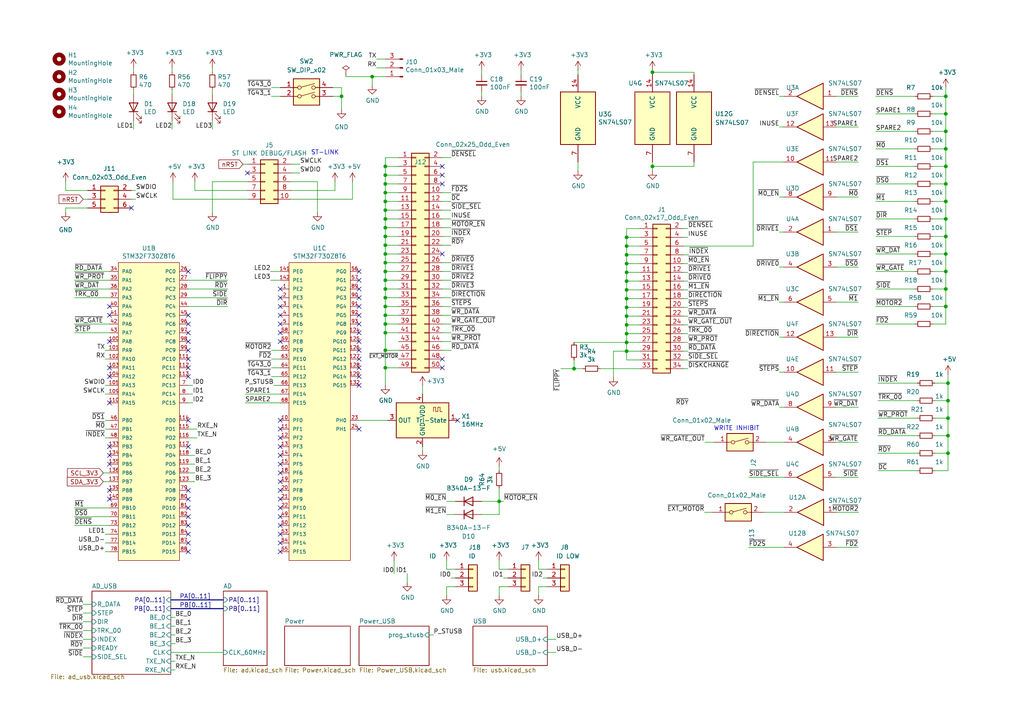
<source format=kicad_sch>
(kicad_sch
	(version 20231120)
	(generator "eeschema")
	(generator_version "8.0")
	(uuid "c1bac86f-cbf6-4c5b-b60d-c26fa73d9c09")
	(paper "A4")
	(title_block
		(title "Greaseweazle F7 Lighting, USB PD")
		(date "2023-08-27")
		(rev "2.04")
		(company "SweProj.com")
	)
	
	(junction
		(at 325.12 182.88)
		(diameter 0)
		(color 0 0 0 0)
		(uuid "00ac1ff3-7d99-4a45-99f6-ec20ba4c2a5c")
	)
	(junction
		(at 181.737 96.774)
		(diameter 0)
		(color 0 0 0 0)
		(uuid "01f82238-6335-48fe-8b0a-6853e227345a")
	)
	(junction
		(at 111.76 68.58)
		(diameter 0)
		(color 0 0 0 0)
		(uuid "068d7a7a-0f25-4de5-9cb5-2349a9191b50")
	)
	(junction
		(at 181.737 78.994)
		(diameter 0)
		(color 0 0 0 0)
		(uuid "0fc5db66-6188-4c1f-bb14-0868bef113eb")
	)
	(junction
		(at 181.737 73.914)
		(diameter 0)
		(color 0 0 0 0)
		(uuid "10e52e95-44f3-4059-a86d-dcda603e0623")
	)
	(junction
		(at 111.76 58.42)
		(diameter 0)
		(color 0 0 0 0)
		(uuid "1187e9bb-7692-4dd1-9945-e39ef9e5ce5b")
	)
	(junction
		(at 181.737 94.234)
		(diameter 0)
		(color 0 0 0 0)
		(uuid "13bbfffc-affb-4b43-9eb1-f2ed90a8a919")
	)
	(junction
		(at 111.76 53.34)
		(diameter 0)
		(color 0 0 0 0)
		(uuid "14bfaf9f-b822-4cbc-aa30-b927236f307a")
	)
	(junction
		(at 181.737 91.694)
		(diameter 0)
		(color 0 0 0 0)
		(uuid "1ab71a3c-340b-469a-ada5-4f87f0b7b2fa")
	)
	(junction
		(at 181.737 84.074)
		(diameter 0)
		(color 0 0 0 0)
		(uuid "20caf6d2-76a7-497e-ac56-f6d31eb9027b")
	)
	(junction
		(at 189.23 48.26)
		(diameter 0)
		(color 0 0 0 0)
		(uuid "22bc3958-394e-4cb7-bb6f-2924a9b17855")
	)
	(junction
		(at 274.32 38.1)
		(diameter 0)
		(color 0 0 0 0)
		(uuid "24adc223-60f0-4497-98a3-d664c5a13280")
	)
	(junction
		(at 181.737 71.374)
		(diameter 0)
		(color 0 0 0 0)
		(uuid "252f1275-081d-4d77-8bd5-3b9e6916ef42")
	)
	(junction
		(at 111.76 86.36)
		(diameter 0)
		(color 0 0 0 0)
		(uuid "2c99bd06-59a6-4b07-a512-6528fd43f4dc")
	)
	(junction
		(at 111.76 83.82)
		(diameter 0)
		(color 0 0 0 0)
		(uuid "35b2233e-2f59-44bf-93b3-2716d5b5b514")
	)
	(junction
		(at 111.76 78.74)
		(diameter 0)
		(color 0 0 0 0)
		(uuid "3857167d-f8fc-4da8-b232-a84de78f65eb")
	)
	(junction
		(at 181.737 76.454)
		(diameter 0)
		(color 0 0 0 0)
		(uuid "3c8d03bf-f31d-4aa0-b8db-a227ffd7d8d6")
	)
	(junction
		(at 274.955 111.125)
		(diameter 0)
		(color 0 0 0 0)
		(uuid "44b926bf-8bdd-4191-846d-2dfabab2cecb")
	)
	(junction
		(at 274.32 68.58)
		(diameter 0)
		(color 0 0 0 0)
		(uuid "4bbde53d-6894-4e18-9480-84a6a26d5f6b")
	)
	(junction
		(at 325.12 153.035)
		(diameter 0)
		(color 0 0 0 0)
		(uuid "50e6b5c5-56a7-415c-9c4e-3cfdf3a58cc2")
	)
	(junction
		(at 99.06 27.94)
		(diameter 0)
		(color 0 0 0 0)
		(uuid "56ee0ed0-293b-48bb-9d64-787fea15f4f0")
	)
	(junction
		(at 111.76 50.8)
		(diameter 0)
		(color 0 0 0 0)
		(uuid "5c0b1897-8155-4679-9116-805919f75f96")
	)
	(junction
		(at 107.95 22.225)
		(diameter 0)
		(color 0 0 0 0)
		(uuid "5faadd04-0682-4d19-8d5a-94f90405e41f")
	)
	(junction
		(at 181.737 86.614)
		(diameter 0)
		(color 0 0 0 0)
		(uuid "62a1f3d4-027d-4ecf-a37a-6fcf4263e9d2")
	)
	(junction
		(at 111.76 106.68)
		(diameter 0)
		(color 0 0 0 0)
		(uuid "6621a5a6-aa7a-4de2-9d29-1b200c13ada9")
	)
	(junction
		(at 111.76 88.9)
		(diameter 0)
		(color 0 0 0 0)
		(uuid "71e2c442-6854-420c-af35-dcfcf83456aa")
	)
	(junction
		(at 274.32 58.42)
		(diameter 0)
		(color 0 0 0 0)
		(uuid "749d9ed0-2ff2-4b55-abc5-f7231ec3aa28")
	)
	(junction
		(at 111.76 76.2)
		(diameter 0)
		(color 0 0 0 0)
		(uuid "7e59628a-e341-44cc-bf0f-f1b798a31f1a")
	)
	(junction
		(at 111.76 101.6)
		(diameter 0)
		(color 0 0 0 0)
		(uuid "7f8cd204-ec07-4f76-9072-92e7ccb38dd1")
	)
	(junction
		(at 111.76 93.98)
		(diameter 0)
		(color 0 0 0 0)
		(uuid "86d01cdf-5357-44e1-88d9-97c064cddc9b")
	)
	(junction
		(at 111.76 71.12)
		(diameter 0)
		(color 0 0 0 0)
		(uuid "8dbd51b4-44a2-4ec8-88cf-49079c3aa71e")
	)
	(junction
		(at 274.32 83.82)
		(diameter 0)
		(color 0 0 0 0)
		(uuid "8e132fa5-bdfc-4702-895c-f050b3490b17")
	)
	(junction
		(at 181.737 101.854)
		(diameter 0)
		(color 0 0 0 0)
		(uuid "8efee08b-b92e-4ba6-8722-c058e18114fe")
	)
	(junction
		(at 274.32 73.66)
		(diameter 0)
		(color 0 0 0 0)
		(uuid "9112ddd5-10d5-48b8-954f-f1d5adcacbd9")
	)
	(junction
		(at 274.32 43.18)
		(diameter 0)
		(color 0 0 0 0)
		(uuid "929a9b03-e99e-4b88-8e16-759f8c6b59a5")
	)
	(junction
		(at 111.76 91.44)
		(diameter 0)
		(color 0 0 0 0)
		(uuid "93d4a801-226a-48d7-8947-f1bfb7b16554")
	)
	(junction
		(at 189.23 20.955)
		(diameter 0)
		(color 0 0 0 0)
		(uuid "945d4a7b-d1e8-4f53-8015-906b50a24e40")
	)
	(junction
		(at 111.76 81.28)
		(diameter 0)
		(color 0 0 0 0)
		(uuid "964e4e90-e12f-441c-9d6e-816439c420a1")
	)
	(junction
		(at 274.32 33.02)
		(diameter 0)
		(color 0 0 0 0)
		(uuid "98966de3-2364-43d8-a2e0-b03bb9487b03")
	)
	(junction
		(at 181.737 68.834)
		(diameter 0)
		(color 0 0 0 0)
		(uuid "98fe66f3-ec8b-4515-ae34-617f2124a7ec")
	)
	(junction
		(at 111.76 60.96)
		(diameter 0)
		(color 0 0 0 0)
		(uuid "a91cedf1-2089-4c44-9b06-471821937b05")
	)
	(junction
		(at 274.955 126.365)
		(diameter 0)
		(color 0 0 0 0)
		(uuid "a99390cd-733b-41c3-bfb0-479a5903886b")
	)
	(junction
		(at 274.32 53.34)
		(diameter 0)
		(color 0 0 0 0)
		(uuid "aadc3df5-0e2d-4f3d-b72e-6f184da74c89")
	)
	(junction
		(at 111.76 48.26)
		(diameter 0)
		(color 0 0 0 0)
		(uuid "adc65b09-91c2-4457-8ffe-d57980cf8d73")
	)
	(junction
		(at 274.32 63.5)
		(diameter 0)
		(color 0 0 0 0)
		(uuid "af76ce95-feca-41fb-bf31-edaa26d6766a")
	)
	(junction
		(at 144.78 145.415)
		(diameter 0)
		(color 0 0 0 0)
		(uuid "afacc12f-b097-4001-b889-9e6781913725")
	)
	(junction
		(at 274.32 88.9)
		(diameter 0)
		(color 0 0 0 0)
		(uuid "b79a7d66-d2e6-4c52-b80b-91523fb698dc")
	)
	(junction
		(at 166.497 106.934)
		(diameter 0)
		(color 0 0 0 0)
		(uuid "b854a395-bfc6-4140-9640-75d4f9296771")
	)
	(junction
		(at 111.76 55.88)
		(diameter 0)
		(color 0 0 0 0)
		(uuid "c1f5a21c-f5c2-44b0-9b58-90bde58c0d60")
	)
	(junction
		(at 274.955 121.285)
		(diameter 0)
		(color 0 0 0 0)
		(uuid "c3a69550-c4fa-45d1-9aba-0bba47699cca")
	)
	(junction
		(at 274.32 78.74)
		(diameter 0)
		(color 0 0 0 0)
		(uuid "ca9b74ce-0dee-401c-9544-f599f4cf538d")
	)
	(junction
		(at 274.955 131.445)
		(diameter 0)
		(color 0 0 0 0)
		(uuid "d01935a2-42fa-45ac-a82b-277ed6d20bb6")
	)
	(junction
		(at 274.32 27.94)
		(diameter 0)
		(color 0 0 0 0)
		(uuid "da546d77-4b03-4562-8fc6-837fd68e7691")
	)
	(junction
		(at 325.12 168.91)
		(diameter 0)
		(color 0 0 0 0)
		(uuid "dbf94d4e-7779-42be-af20-9e340513d9f7")
	)
	(junction
		(at 111.76 96.52)
		(diameter 0)
		(color 0 0 0 0)
		(uuid "e30dfecd-d78a-4507-91d6-d47619648416")
	)
	(junction
		(at 181.737 99.314)
		(diameter 0)
		(color 0 0 0 0)
		(uuid "e6d68f56-4a40-4849-b8d1-13d5ca292900")
	)
	(junction
		(at 181.737 81.534)
		(diameter 0)
		(color 0 0 0 0)
		(uuid "f6983918-fe05-46ea-b355-bc522ec53440")
	)
	(junction
		(at 274.955 116.205)
		(diameter 0)
		(color 0 0 0 0)
		(uuid "f7070c76-b83b-43a9-a243-491723819616")
	)
	(junction
		(at 111.76 73.66)
		(diameter 0)
		(color 0 0 0 0)
		(uuid "f70a4a9d-e097-4502-83aa-1f63e074f06b")
	)
	(junction
		(at 111.76 66.04)
		(diameter 0)
		(color 0 0 0 0)
		(uuid "f82dfe8f-ba55-4ab9-a234-6aed39cd6ca4")
	)
	(junction
		(at 111.76 63.5)
		(diameter 0)
		(color 0 0 0 0)
		(uuid "f91c051b-372e-45a5-ac05-790df945f858")
	)
	(junction
		(at 274.32 48.26)
		(diameter 0)
		(color 0 0 0 0)
		(uuid "fc2e9f96-3bed-4896-b995-f56e799f1c77")
	)
	(junction
		(at 181.737 89.154)
		(diameter 0)
		(color 0 0 0 0)
		(uuid "fc4ad874-c922-4070-89f9-7262080469d8")
	)
	(no_connect
		(at 54.61 99.06)
		(uuid "00891494-c03f-4b3e-809a-c84eb0c5ff0a")
	)
	(no_connect
		(at 54.61 104.14)
		(uuid "024b81ed-7ca3-4557-b9fa-075644de96f7")
	)
	(no_connect
		(at 31.75 116.84)
		(uuid "033fb47a-7330-48ce-ac5a-9fe1cb459eaf")
	)
	(no_connect
		(at 81.28 139.7)
		(uuid "08714b46-29ca-4521-9566-29e040fc72cc")
	)
	(no_connect
		(at 104.14 88.9)
		(uuid "1457e8f3-2460-440d-99d3-5b40eac43589")
	)
	(no_connect
		(at 31.75 106.68)
		(uuid "17e5ed96-cc0f-4a4b-a700-6d7ef9acd7bc")
	)
	(no_connect
		(at 54.61 91.44)
		(uuid "1e37fe91-3fc4-40b1-91c4-6c4ee1d6e125")
	)
	(no_connect
		(at 342.265 153.035)
		(uuid "206bdb89-769c-4a03-a177-300b4ad267d2")
	)
	(no_connect
		(at 54.61 147.32)
		(uuid "26eae7d0-939e-4b64-91c1-bf55949d2daf")
	)
	(no_connect
		(at 342.265 137.795)
		(uuid "275ff9d2-b8dc-477f-95d8-f6e906b913d6")
	)
	(no_connect
		(at 38.1 60.325)
		(uuid "276dd34e-fc62-4ec0-a853-7be08f169b56")
	)
	(no_connect
		(at 31.75 91.44)
		(uuid "2d870741-1f5a-4052-a22e-27571d815352")
	)
	(no_connect
		(at 81.28 86.36)
		(uuid "2da23a18-3300-4252-b484-249181d69530")
	)
	(no_connect
		(at 104.14 86.36)
		(uuid "300c371e-700b-496f-93f0-81a059d70460")
	)
	(no_connect
		(at 81.28 127)
		(uuid "351e7c1c-f640-46bf-817e-0e5f388fa690")
	)
	(no_connect
		(at 81.28 149.86)
		(uuid "36eb8b48-9fc4-4e61-80e9-937649cf4782")
	)
	(no_connect
		(at 71.755 50.165)
		(uuid "37728c8e-efcc-462c-a749-47b6bfcbaf37")
	)
	(no_connect
		(at 104.14 109.22)
		(uuid "3f893e9a-6fe6-4a4b-8258-268ba807dd4c")
	)
	(no_connect
		(at 81.28 91.44)
		(uuid "4247a140-bbc6-42ed-9f12-5207475a1883")
	)
	(no_connect
		(at 81.28 152.4)
		(uuid "42fbbe90-8164-4a79-b8b2-fd21b7d5f65c")
	)
	(no_connect
		(at 31.75 132.08)
		(uuid "44f11401-c761-4962-89ab-032461972a58")
	)
	(no_connect
		(at 342.265 182.88)
		(uuid "461d48b5-29b0-4da9-8d69-b9b43968caf7")
	)
	(no_connect
		(at 31.75 142.24)
		(uuid "491aead6-9c4e-4fe5-aabe-d851483116da")
	)
	(no_connect
		(at 81.28 124.46)
		(uuid "4cd0bd9f-817f-4e73-8746-dcc22ecd24ed")
	)
	(no_connect
		(at 54.61 106.68)
		(uuid "54a777cf-b430-40e0-80a8-8b4acb62f375")
	)
	(no_connect
		(at 54.61 129.54)
		(uuid "5b9a50c7-ecff-4a29-9d0e-23fb747ba498")
	)
	(no_connect
		(at 81.28 144.78)
		(uuid "643273c3-43c9-4ac4-86d8-c6a8eb457c15")
	)
	(no_connect
		(at 104.14 106.68)
		(uuid "65914d90-2ecd-4afd-9dbb-4ff27ca3c0fa")
	)
	(no_connect
		(at 104.14 78.74)
		(uuid "6ca02c22-abf9-4e6c-b9b7-6c93ab5b146f")
	)
	(no_connect
		(at 54.61 96.52)
		(uuid "728bfe2b-ac1b-4f98-b4e8-b8663c1887da")
	)
	(no_connect
		(at 54.61 93.98)
		(uuid "732d4189-9cf0-4564-bc31-49f2ca254fbb")
	)
	(no_connect
		(at 54.61 160.02)
		(uuid "7bc95512-6329-4c23-b758-73f635511d06")
	)
	(no_connect
		(at 81.28 96.52)
		(uuid "7e0a823a-2958-48c8-98d9-efdb7150bb81")
	)
	(no_connect
		(at 31.75 99.06)
		(uuid "826fb3e4-1056-4f5f-956f-254f6941d336")
	)
	(no_connect
		(at 104.14 83.82)
		(uuid "868a3433-d791-484e-9bb1-d9be133b4a21")
	)
	(no_connect
		(at 81.28 157.48)
		(uuid "89315d23-03b7-46b1-81ee-6276bde90a82")
	)
	(no_connect
		(at 81.28 137.16)
		(uuid "8a6dc8e4-8ddd-4bf1-b1ca-0495dd8ae127")
	)
	(no_connect
		(at 54.61 152.4)
		(uuid "8c3e2ea9-ca92-4843-9074-44c21d854982")
	)
	(no_connect
		(at 54.61 142.24)
		(uuid "8f790adc-8b38-4aac-8720-2e2b0dc659aa")
	)
	(no_connect
		(at 132.715 121.92)
		(uuid "93af1374-af56-4fc8-af3f-6c16d61a0b21")
	)
	(no_connect
		(at 81.28 93.98)
		(uuid "93e32358-1bdd-4e24-8b79-9054a0552b8a")
	)
	(no_connect
		(at 81.28 134.62)
		(uuid "94300228-8a6b-43b4-8bd6-fde7b11076c8")
	)
	(no_connect
		(at 104.14 111.76)
		(uuid "970b5190-6039-42f3-9c9c-64c50ef33fc2")
	)
	(no_connect
		(at 104.14 91.44)
		(uuid "994ec659-18e4-41e0-b6f4-15a99d6eabe3")
	)
	(no_connect
		(at 31.75 109.22)
		(uuid "9bf407cf-f06a-48ac-8bea-4b5cfadd1384")
	)
	(no_connect
		(at 128.27 53.34)
		(uuid "9ff8d6a5-7a30-44f2-b99b-6ecde8c232ac")
	)
	(no_connect
		(at 128.27 48.26)
		(uuid "9ff8d6a5-7a30-44f2-b99b-6ecde8c232af")
	)
	(no_connect
		(at 128.27 50.8)
		(uuid "9ff8d6a5-7a30-44f2-b99b-6ecde8c232b0")
	)
	(no_connect
		(at 128.27 106.68)
		(uuid "9ff8d6a5-7a30-44f2-b99b-6ecde8c232b1")
	)
	(no_connect
		(at 128.27 73.66)
		(uuid "9ff8d6a5-7a30-44f2-b99b-6ecde8c232b5")
	)
	(no_connect
		(at 54.61 149.86)
		(uuid "a7128e49-87e5-4854-ba63-ff1d53065189")
	)
	(no_connect
		(at 81.28 147.32)
		(uuid "ab5a8b90-558e-42dc-9b97-c893fb5a2b10")
	)
	(no_connect
		(at 54.61 109.22)
		(uuid "abb7db91-c8d0-49b9-ba9c-db0b048a9efe")
	)
	(no_connect
		(at 54.61 144.78)
		(uuid "ac72df19-9d81-40b9-913f-ca2d4db7827b")
	)
	(no_connect
		(at 54.61 121.92)
		(uuid "ae3b158c-9426-4780-9122-e8d1603ed7e1")
	)
	(no_connect
		(at 104.14 99.06)
		(uuid "ae68231e-4175-4e26-98a5-5fcd909d496b")
	)
	(no_connect
		(at 81.28 132.08)
		(uuid "b0e5a25e-ab68-45e1-b20b-c2a413556c18")
	)
	(no_connect
		(at 31.75 88.9)
		(uuid "b3f21f3f-128c-4e88-bcd2-38f966b77321")
	)
	(no_connect
		(at 54.61 154.94)
		(uuid "b5680de7-ae05-4ffb-b73d-7b0f27073ab6")
	)
	(no_connect
		(at 81.28 160.02)
		(uuid "b8406398-c88b-436a-9dd4-9aaaf6c5a488")
	)
	(no_connect
		(at 81.28 83.82)
		(uuid "bb55aca0-2551-4f41-b493-535b0a8afccc")
	)
	(no_connect
		(at 104.14 124.46)
		(uuid "be021e70-1a5b-4fc4-aa0c-41b42db09350")
	)
	(no_connect
		(at 54.61 157.48)
		(uuid "be98f734-3bc9-4d9c-97e5-20415c91c5d7")
	)
	(no_connect
		(at 342.265 168.91)
		(uuid "c249dbe6-a4a3-469b-a0a1-aff6c9527613")
	)
	(no_connect
		(at 81.28 154.94)
		(uuid "c44eb740-e633-485c-b41b-878872c1f69d")
	)
	(no_connect
		(at 104.14 81.28)
		(uuid "c75b0135-9e9d-4628-9762-267358c3bb33")
	)
	(no_connect
		(at 104.14 93.98)
		(uuid "c9f403fb-ed4d-4b33-adac-b0ef7f0d1d69")
	)
	(no_connect
		(at 104.14 104.14)
		(uuid "cb586b87-68d3-4355-b17f-2e06d5bf0e1d")
	)
	(no_connect
		(at 31.75 144.78)
		(uuid "cc4a2a56-97a6-492d-bc87-2abcaa1e59f5")
	)
	(no_connect
		(at 104.14 101.6)
		(uuid "cd1b4d44-9354-45f7-a49e-7e6ba6548bfd")
	)
	(no_connect
		(at 81.28 142.24)
		(uuid "d006523f-5372-4136-95eb-0454648c416c")
	)
	(no_connect
		(at 104.14 96.52)
		(uuid "d3741fbd-9f9b-42c7-b81f-2926ebc3b2ca")
	)
	(no_connect
		(at 54.61 101.6)
		(uuid "d47d1af6-c1eb-43a3-bb4e-f85f5c891f22")
	)
	(no_connect
		(at 31.75 129.54)
		(uuid "e1a096b2-4e3b-4c20-a010-5831605cd725")
	)
	(no_connect
		(at 81.28 129.54)
		(uuid "e4dc41c5-7dc7-4686-9bd0-3571dfbbd23a")
	)
	(no_connect
		(at 81.28 121.92)
		(uuid "ede20bd1-a6ee-466f-a29c-b8d337356dba")
	)
	(no_connect
		(at 128.27 104.14)
		(uuid "f22d03cc-c2bf-4309-a544-5e3bca00213c")
	)
	(no_connect
		(at 31.75 134.62)
		(uuid "f370fbc7-327f-4578-a64e-261caa1f96b9")
	)
	(no_connect
		(at 81.28 99.06)
		(uuid "f3b3c682-3311-4e76-90db-0e5373f40533")
	)
	(no_connect
		(at 54.61 78.74)
		(uuid "f78abf3d-5695-4b76-b33f-d959d7b688e7")
	)
	(no_connect
		(at 81.28 88.9)
		(uuid "faa958cd-c104-4993-9160-c571d81aa390")
	)
	(wire
		(pts
			(xy 30.48 101.6) (xy 31.75 101.6)
		)
		(stroke
			(width 0)
			(type default)
		)
		(uuid "000b46d6-b833-4804-8f56-56d539f76d09")
	)
	(wire
		(pts
			(xy 198.247 96.774) (xy 199.517 96.774)
		)
		(stroke
			(width 0)
			(type default)
		)
		(uuid "002da00a-54ae-4887-954f-6f20040cf503")
	)
	(wire
		(pts
			(xy 111.76 66.04) (xy 111.76 68.58)
		)
		(stroke
			(width 0)
			(type default)
		)
		(uuid "01dc798b-4c95-4d40-80b7-aa972004ee44")
	)
	(wire
		(pts
			(xy 78.486 78.74) (xy 81.28 78.74)
		)
		(stroke
			(width 0)
			(type default)
		)
		(uuid "029c3eee-54a9-4e48-a642-e389be17dd03")
	)
	(wire
		(pts
			(xy 254.635 131.445) (xy 266.065 131.445)
		)
		(stroke
			(width 0)
			(type default)
		)
		(uuid "03a8f6c8-9db7-4036-a0c1-67ab981e334c")
	)
	(wire
		(pts
			(xy 129.54 170.18) (xy 132.08 170.18)
		)
		(stroke
			(width 0)
			(type default)
		)
		(uuid "03e48a7d-cbfe-454a-bd5a-26805d2a84ce")
	)
	(wire
		(pts
			(xy 128.27 78.74) (xy 130.81 78.74)
		)
		(stroke
			(width 0)
			(type default)
		)
		(uuid "042b8bea-9219-4f6a-89b3-599bbdfa8b93")
	)
	(wire
		(pts
			(xy 139.7 149.225) (xy 144.78 149.225)
		)
		(stroke
			(width 0)
			(type default)
		)
		(uuid "04657fbf-e375-4129-bf29-87f895ae9e9c")
	)
	(wire
		(pts
			(xy 111.76 71.12) (xy 115.57 71.12)
		)
		(stroke
			(width 0)
			(type default)
		)
		(uuid "04d7fd83-a6aa-4987-9e20-3d50c265b831")
	)
	(wire
		(pts
			(xy 242.57 128.27) (xy 248.92 128.27)
		)
		(stroke
			(width 0)
			(type default)
		)
		(uuid "05d3e08e-e1f9-46cf-93d0-836d1306d03a")
	)
	(wire
		(pts
			(xy 111.76 48.26) (xy 115.57 48.26)
		)
		(stroke
			(width 0)
			(type default)
		)
		(uuid "05d6ed65-9b0b-47fc-9d52-3f81dfc32551")
	)
	(wire
		(pts
			(xy 128.27 88.9) (xy 130.81 88.9)
		)
		(stroke
			(width 0)
			(type default)
		)
		(uuid "05e3b151-dc12-4701-912e-3bf8070597d8")
	)
	(wire
		(pts
			(xy 274.32 83.82) (xy 274.32 78.74)
		)
		(stroke
			(width 0)
			(type default)
		)
		(uuid "099473f1-6598-46ff-a50f-4c520832170d")
	)
	(wire
		(pts
			(xy 128.27 91.44) (xy 130.81 91.44)
		)
		(stroke
			(width 0)
			(type default)
		)
		(uuid "0a1f756a-03ad-48d1-a3cc-07b1e91bf6b5")
	)
	(wire
		(pts
			(xy 181.737 68.834) (xy 181.737 71.374)
		)
		(stroke
			(width 0)
			(type default)
		)
		(uuid "0dfdfa9f-1e3f-4e14-b64b-12bde76a80c7")
	)
	(wire
		(pts
			(xy 185.547 101.854) (xy 181.737 101.854)
		)
		(stroke
			(width 0)
			(type default)
		)
		(uuid "0e249018-17e7-42b3-ae5d-5ebf3ae299ae")
	)
	(wire
		(pts
			(xy 29.972 137.16) (xy 31.75 137.16)
		)
		(stroke
			(width 0)
			(type default)
		)
		(uuid "0e7ad38a-9a9f-4f7f-85da-d397ca1ffbd3")
	)
	(wire
		(pts
			(xy 96.52 25.4) (xy 99.06 25.4)
		)
		(stroke
			(width 0)
			(type default)
		)
		(uuid "0ec8848f-4be5-421c-bcfc-a66d819b129d")
	)
	(wire
		(pts
			(xy 325.12 153.035) (xy 327.025 153.035)
		)
		(stroke
			(width 0)
			(type default)
		)
		(uuid "0fc643b5-442c-4165-9ada-0cf90198cdb7")
	)
	(wire
		(pts
			(xy 201.295 21.59) (xy 201.295 20.955)
		)
		(stroke
			(width 0)
			(type default)
		)
		(uuid "0ff8df5d-6147-42eb-9d00-c2f436a171da")
	)
	(wire
		(pts
			(xy 111.76 91.44) (xy 115.57 91.44)
		)
		(stroke
			(width 0)
			(type default)
		)
		(uuid "105d2701-5e63-4eb3-8241-5608caa465c8")
	)
	(wire
		(pts
			(xy 96.52 27.94) (xy 99.06 27.94)
		)
		(stroke
			(width 0)
			(type default)
		)
		(uuid "114a2768-e1fd-4d16-9d75-a2b2dcf3668d")
	)
	(wire
		(pts
			(xy 102.235 57.785) (xy 102.235 52.705)
		)
		(stroke
			(width 0)
			(type default)
		)
		(uuid "11c7c8d4-4c4b-4330-bb59-1eec2e98b255")
	)
	(wire
		(pts
			(xy 274.32 43.18) (xy 270.51 43.18)
		)
		(stroke
			(width 0)
			(type default)
		)
		(uuid "13ac70df-e9b9-44e5-96e6-20f0b0dc6a3a")
	)
	(wire
		(pts
			(xy 226.06 67.31) (xy 227.33 67.31)
		)
		(stroke
			(width 0)
			(type default)
		)
		(uuid "14064e1b-d8db-4b96-9159-f0491d3e5f02")
	)
	(wire
		(pts
			(xy 185.547 81.534) (xy 181.737 81.534)
		)
		(stroke
			(width 0)
			(type default)
		)
		(uuid "142dd724-2a9f-4eea-ab21-209b1bc7ec65")
	)
	(wire
		(pts
			(xy 198.247 73.914) (xy 199.771 73.914)
		)
		(stroke
			(width 0)
			(type default)
		)
		(uuid "150dd2e7-c979-4e32-9207-979fc7b3cee0")
	)
	(wire
		(pts
			(xy 181.737 81.534) (xy 181.737 78.994)
		)
		(stroke
			(width 0)
			(type default)
		)
		(uuid "15a82541-58d8-45b5-99c5-fb52e017e3ea")
	)
	(wire
		(pts
			(xy 274.955 111.125) (xy 274.955 108.585)
		)
		(stroke
			(width 0)
			(type default)
		)
		(uuid "1732b93f-cd0e-4ca4-a905-bb406354ca33")
	)
	(wire
		(pts
			(xy 274.955 126.365) (xy 274.955 121.285)
		)
		(stroke
			(width 0)
			(type default)
		)
		(uuid "17cf1c88-8d51-4538-aa76-e35ac22d0ed0")
	)
	(wire
		(pts
			(xy 218.44 46.99) (xy 227.33 46.99)
		)
		(stroke
			(width 0)
			(type default)
		)
		(uuid "17ed3508-fa2e-4593-a799-bfd39a6cc14d")
	)
	(wire
		(pts
			(xy 49.53 184.15) (xy 50.8 184.15)
		)
		(stroke
			(width 0)
			(type default)
		)
		(uuid "18372a25-ed01-47c8-be92-161857f6e1d7")
	)
	(wire
		(pts
			(xy 270.51 83.82) (xy 274.32 83.82)
		)
		(stroke
			(width 0)
			(type default)
		)
		(uuid "1876c30c-72b2-4a8d-9f32-bf8b213530b4")
	)
	(wire
		(pts
			(xy 24.13 190.5) (xy 26.67 190.5)
		)
		(stroke
			(width 0)
			(type default)
		)
		(uuid "197737a3-f629-4847-a3bd-29bbed8e8513")
	)
	(wire
		(pts
			(xy 128.27 81.28) (xy 130.81 81.28)
		)
		(stroke
			(width 0)
			(type default)
		)
		(uuid "19cc7ff3-acfa-463b-8607-b95c58622a5f")
	)
	(wire
		(pts
			(xy 71.12 114.3) (xy 81.28 114.3)
		)
		(stroke
			(width 0)
			(type default)
		)
		(uuid "1bf7d0f9-0dcf-4d7c-b58c-318e3dc42bc9")
	)
	(wire
		(pts
			(xy 242.57 97.79) (xy 248.92 97.79)
		)
		(stroke
			(width 0)
			(type default)
		)
		(uuid "1c052668-6749-425a-9a77-35f046c8aa39")
	)
	(wire
		(pts
			(xy 129.54 170.18) (xy 129.54 172.72)
		)
		(stroke
			(width 0)
			(type default)
		)
		(uuid "1c24771c-19d1-4407-9c2f-255b7ddf0492")
	)
	(wire
		(pts
			(xy 30.48 157.48) (xy 31.75 157.48)
		)
		(stroke
			(width 0)
			(type default)
		)
		(uuid "1de61170-5337-44c5-ba28-bd477db4bff1")
	)
	(wire
		(pts
			(xy 49.53 191.77) (xy 50.8 191.77)
		)
		(stroke
			(width 0)
			(type default)
		)
		(uuid "1e6339d5-f0ee-4a4b-9faf-4b2631e397d5")
	)
	(wire
		(pts
			(xy 111.76 60.96) (xy 111.76 63.5)
		)
		(stroke
			(width 0)
			(type default)
		)
		(uuid "1f848839-e564-450f-a963-ebf13ca910f5")
	)
	(wire
		(pts
			(xy 30.48 111.76) (xy 31.75 111.76)
		)
		(stroke
			(width 0)
			(type default)
		)
		(uuid "2102c637-9f11-48f1-aae6-b4139dc22be2")
	)
	(wire
		(pts
			(xy 54.61 134.62) (xy 56.515 134.62)
		)
		(stroke
			(width 0)
			(type default)
		)
		(uuid "21768691-1e43-45ea-b868-82651819b936")
	)
	(wire
		(pts
			(xy 54.61 132.08) (xy 56.515 132.08)
		)
		(stroke
			(width 0)
			(type default)
		)
		(uuid "22349afa-99b6-4268-ade5-32f12de232db")
	)
	(wire
		(pts
			(xy 144.78 170.18) (xy 147.32 170.18)
		)
		(stroke
			(width 0)
			(type default)
		)
		(uuid "22b49795-d138-447a-8a67-2f87ad0d4bd4")
	)
	(wire
		(pts
			(xy 38.1 57.785) (xy 39.37 57.785)
		)
		(stroke
			(width 0)
			(type default)
		)
		(uuid "22c1623e-dd8d-428b-b9ae-ebb3a532b396")
	)
	(wire
		(pts
			(xy 128.27 99.06) (xy 130.81 99.06)
		)
		(stroke
			(width 0)
			(type default)
		)
		(uuid "2447f5f1-b3d5-43aa-959f-88436ebed06d")
	)
	(wire
		(pts
			(xy 99.06 25.4) (xy 99.06 27.94)
		)
		(stroke
			(width 0)
			(type default)
		)
		(uuid "2572e34f-bfb2-4fa7-969f-a04e338d6e2f")
	)
	(wire
		(pts
			(xy 49.911 34.925) (xy 49.911 37.465)
		)
		(stroke
			(width 0)
			(type default)
		)
		(uuid "26c1e38c-48b3-4f27-a8c7-57ec4c75372b")
	)
	(wire
		(pts
			(xy 111.76 106.68) (xy 115.57 106.68)
		)
		(stroke
			(width 0)
			(type default)
		)
		(uuid "26f6b829-e63c-496a-b791-5dd68c7ead9d")
	)
	(wire
		(pts
			(xy 30.48 127) (xy 31.75 127)
		)
		(stroke
			(width 0)
			(type default)
		)
		(uuid "270509b6-acc0-472f-b579-2376225aa8f5")
	)
	(wire
		(pts
			(xy 30.48 114.3) (xy 31.75 114.3)
		)
		(stroke
			(width 0)
			(type default)
		)
		(uuid "272c2a78-b5f5-4b61-aed3-ec69e0e92729")
	)
	(wire
		(pts
			(xy 274.32 38.1) (xy 274.32 43.18)
		)
		(stroke
			(width 0)
			(type default)
		)
		(uuid "278a91dc-d57d-4a5c-a045-34b6bd84131f")
	)
	(wire
		(pts
			(xy 274.32 25.4) (xy 274.32 27.94)
		)
		(stroke
			(width 0)
			(type default)
		)
		(uuid "29126f72-63f7-4275-8b12-6b96a71c6f17")
	)
	(wire
		(pts
			(xy 254 53.34) (xy 265.43 53.34)
		)
		(stroke
			(width 0)
			(type default)
		)
		(uuid "291935ec-f8ff-41f0-8717-e68b8af7b8c1")
	)
	(wire
		(pts
			(xy 114.3 162.56) (xy 114.3 166.37)
		)
		(stroke
			(width 0)
			(type default)
		)
		(uuid "291baaf6-406d-492c-8388-51e68532cfbf")
	)
	(wire
		(pts
			(xy 111.76 88.9) (xy 111.76 91.44)
		)
		(stroke
			(width 0)
			(type default)
		)
		(uuid "2b5319a3-2b4f-4c5e-b61e-a7934593e487")
	)
	(wire
		(pts
			(xy 128.27 86.36) (xy 130.81 86.36)
		)
		(stroke
			(width 0)
			(type default)
		)
		(uuid "2b8c6538-2116-4527-a026-b4925dd2ee57")
	)
	(wire
		(pts
			(xy 38.735 26.035) (xy 38.735 27.305)
		)
		(stroke
			(width 0)
			(type default)
		)
		(uuid "2ba25c40-ea42-478e-9150-1d94fa1c8ae9")
	)
	(wire
		(pts
			(xy 274.32 27.94) (xy 274.32 33.02)
		)
		(stroke
			(width 0)
			(type default)
		)
		(uuid "2ea8fa6f-efc3-40fe-bcf9-05bfa46ead4f")
	)
	(wire
		(pts
			(xy 271.145 111.125) (xy 274.955 111.125)
		)
		(stroke
			(width 0)
			(type default)
		)
		(uuid "2f0570b6-86da-47a8-9e56-ce60c431c534")
	)
	(wire
		(pts
			(xy 185.547 89.154) (xy 181.737 89.154)
		)
		(stroke
			(width 0)
			(type default)
		)
		(uuid "2f291a4b-4ecb-4692-9ad2-324f9784c0d4")
	)
	(wire
		(pts
			(xy 84.455 57.785) (xy 102.235 57.785)
		)
		(stroke
			(width 0)
			(type default)
		)
		(uuid "300aa512-2f66-4c26-a530-50c091b3a099")
	)
	(wire
		(pts
			(xy 270.51 88.9) (xy 274.32 88.9)
		)
		(stroke
			(width 0)
			(type default)
		)
		(uuid "301fdc43-2f42-4922-967f-6b035d252a52")
	)
	(wire
		(pts
			(xy 78.74 106.68) (xy 81.28 106.68)
		)
		(stroke
			(width 0)
			(type default)
		)
		(uuid "3036ba32-a371-4e05-a934-abb44d31f530")
	)
	(wire
		(pts
			(xy 111.76 73.66) (xy 115.57 73.66)
		)
		(stroke
			(width 0)
			(type default)
		)
		(uuid "3102a495-c747-4ebd-910d-ccca3f28177b")
	)
	(wire
		(pts
			(xy 181.737 91.694) (xy 181.737 89.154)
		)
		(stroke
			(width 0)
			(type default)
		)
		(uuid "319639ae-c2c5-486d-93b1-d03bb1b64252")
	)
	(wire
		(pts
			(xy 198.247 71.374) (xy 218.44 71.374)
		)
		(stroke
			(width 0)
			(type default)
		)
		(uuid "31a7b912-a671-4a6a-95aa-284bcb85acbd")
	)
	(wire
		(pts
			(xy 111.76 86.36) (xy 111.76 88.9)
		)
		(stroke
			(width 0)
			(type default)
		)
		(uuid "32cfb255-fdbf-4c67-9adf-72dba031ac4d")
	)
	(wire
		(pts
			(xy 49.53 181.61) (xy 50.8 181.61)
		)
		(stroke
			(width 0)
			(type default)
		)
		(uuid "341ec5b3-c64a-4b70-8a9f-cdadc79f8893")
	)
	(wire
		(pts
			(xy 254 43.18) (xy 265.43 43.18)
		)
		(stroke
			(width 0)
			(type default)
		)
		(uuid "35fb7c56-dc85-43f7-b954-81b8040a8500")
	)
	(wire
		(pts
			(xy 130.81 167.64) (xy 132.08 167.64)
		)
		(stroke
			(width 0)
			(type default)
		)
		(uuid "3656bb3f-f8a4-4f3a-8e9a-ec6203c87a56")
	)
	(wire
		(pts
			(xy 271.145 136.525) (xy 274.955 136.525)
		)
		(stroke
			(width 0)
			(type default)
		)
		(uuid "39137861-8aaf-42fd-84b3-aeb48833f64f")
	)
	(wire
		(pts
			(xy 111.76 101.6) (xy 115.57 101.6)
		)
		(stroke
			(width 0)
			(type default)
		)
		(uuid "395f28d9-5d9e-4a88-b7ad-8a1df4610090")
	)
	(wire
		(pts
			(xy 61.595 52.705) (xy 71.755 52.705)
		)
		(stroke
			(width 0)
			(type default)
		)
		(uuid "39845449-7a31-4262-86b1-e7af14a6659f")
	)
	(wire
		(pts
			(xy 181.737 68.834) (xy 185.547 68.834)
		)
		(stroke
			(width 0)
			(type default)
		)
		(uuid "3a41dd27-ec14-44d5-b505-aad1d829f79a")
	)
	(wire
		(pts
			(xy 185.547 91.694) (xy 181.737 91.694)
		)
		(stroke
			(width 0)
			(type default)
		)
		(uuid "3a70978e-dcc2-4620-a99c-514362812927")
	)
	(wire
		(pts
			(xy 325.12 153.035) (xy 325.12 137.795)
		)
		(stroke
			(width 0)
			(type default)
		)
		(uuid "3aafab4a-1401-4d83-8f4f-e2043dd8bd8b")
	)
	(wire
		(pts
			(xy 54.61 83.82) (xy 66.04 83.82)
		)
		(stroke
			(width 0)
			(type default)
		)
		(uuid "3b65c51e-c243-447e-bee9-832d94c1630e")
	)
	(wire
		(pts
			(xy 144.78 162.56) (xy 144.78 165.1)
		)
		(stroke
			(width 0)
			(type default)
		)
		(uuid "3c3e06bd-c8bb-4ec8-84e0-f7f9437909b3")
	)
	(wire
		(pts
			(xy 185.547 84.074) (xy 181.737 84.074)
		)
		(stroke
			(width 0)
			(type default)
		)
		(uuid "3d6cdd62-5634-4e30-acf8-1b9c1dbf6653")
	)
	(wire
		(pts
			(xy 49.53 179.07) (xy 50.8 179.07)
		)
		(stroke
			(width 0)
			(type default)
		)
		(uuid "3db24eb3-cf1d-4362-9d9c-83f79ae00e7a")
	)
	(wire
		(pts
			(xy 19.05 55.245) (xy 25.4 55.245)
		)
		(stroke
			(width 0)
			(type default)
		)
		(uuid "3ec95abd-e81e-441d-9d27-b430f8003396")
	)
	(wire
		(pts
			(xy 129.54 165.1) (xy 132.08 165.1)
		)
		(stroke
			(width 0)
			(type default)
		)
		(uuid "3f1ae028-5eb5-4638-9698-eea3446a90d1")
	)
	(wire
		(pts
			(xy 111.76 58.42) (xy 115.57 58.42)
		)
		(stroke
			(width 0)
			(type default)
		)
		(uuid "3f329a8f-e359-4d98-956d-6a077a40e514")
	)
	(wire
		(pts
			(xy 198.247 86.614) (xy 199.517 86.614)
		)
		(stroke
			(width 0)
			(type default)
		)
		(uuid "3f7513cb-6fe5-481f-8bc3-13eed2580912")
	)
	(wire
		(pts
			(xy 21.59 96.52) (xy 31.75 96.52)
		)
		(stroke
			(width 0)
			(type default)
		)
		(uuid "4160bbf7-ffff-4c5c-a647-5ee58ddecf06")
	)
	(wire
		(pts
			(xy 122.555 111.76) (xy 122.555 114.3)
		)
		(stroke
			(width 0)
			(type default)
		)
		(uuid "41c18011-40db-4384-9ba4-c0158d0d9d6a")
	)
	(wire
		(pts
			(xy 198.247 101.854) (xy 199.517 101.854)
		)
		(stroke
			(width 0)
			(type default)
		)
		(uuid "42157002-33fe-445e-a4bd-20bb05110690")
	)
	(wire
		(pts
			(xy 158.75 185.42) (xy 161.29 185.42)
		)
		(stroke
			(width 0)
			(type default)
		)
		(uuid "42b61d5b-39d6-462b-b2cc-57656078085f")
	)
	(wire
		(pts
			(xy 111.76 19.685) (xy 109.22 19.685)
		)
		(stroke
			(width 0)
			(type default)
		)
		(uuid "42bd0f96-a831-406e-abb7-03ed1bbd785f")
	)
	(wire
		(pts
			(xy 99.06 27.94) (xy 99.06 31.75)
		)
		(stroke
			(width 0)
			(type default)
		)
		(uuid "460a89a1-c9e5-44e6-806f-b581d43ece37")
	)
	(wire
		(pts
			(xy 274.32 33.02) (xy 274.32 38.1)
		)
		(stroke
			(width 0)
			(type default)
		)
		(uuid "4641c87c-bffa-41fe-ae77-be3a97a6f797")
	)
	(wire
		(pts
			(xy 84.455 55.245) (xy 97.155 55.245)
		)
		(stroke
			(width 0)
			(type default)
		)
		(uuid "46491a9d-8b3d-4c74-b09a-70c876f162e5")
	)
	(wire
		(pts
			(xy 242.697 148.59) (xy 249.047 148.59)
		)
		(stroke
			(width 0)
			(type default)
		)
		(uuid "47120e1b-031d-47ff-8aca-63e699601463")
	)
	(wire
		(pts
			(xy 156.21 165.1) (xy 158.75 165.1)
		)
		(stroke
			(width 0)
			(type default)
		)
		(uuid "4888c330-f8fa-492d-aa6f-da06d2350187")
	)
	(wire
		(pts
			(xy 156.21 162.56) (xy 156.21 165.1)
		)
		(stroke
			(width 0)
			(type default)
		)
		(uuid "48c34b19-0b1a-4994-ab08-825d4c2b7c6b")
	)
	(wire
		(pts
			(xy 111.76 73.66) (xy 111.76 76.2)
		)
		(stroke
			(width 0)
			(type default)
		)
		(uuid "4905470f-e5d5-44e9-bdea-3395fa3a3921")
	)
	(wire
		(pts
			(xy 254.635 126.365) (xy 266.065 126.365)
		)
		(stroke
			(width 0)
			(type default)
		)
		(uuid "49488c82-6277-4d05-a051-6a9df142c373")
	)
	(wire
		(pts
			(xy 254 58.42) (xy 265.43 58.42)
		)
		(stroke
			(width 0)
			(type default)
		)
		(uuid "49a65079-57a9-46fc-8711-1d7f2cab8dbf")
	)
	(wire
		(pts
			(xy 30.48 160.02) (xy 31.75 160.02)
		)
		(stroke
			(width 0)
			(type default)
		)
		(uuid "49b5f540-e128-4e08-bb09-f321f8e64056")
	)
	(wire
		(pts
			(xy 128.27 83.82) (xy 130.81 83.82)
		)
		(stroke
			(width 0)
			(type default)
		)
		(uuid "4a27fa9a-ed71-46a3-86e4-ceb57078a6b5")
	)
	(wire
		(pts
			(xy 274.32 88.9) (xy 274.32 83.82)
		)
		(stroke
			(width 0)
			(type default)
		)
		(uuid "4c3375fc-4697-4e3a-8fd5-b221cdb17a69")
	)
	(wire
		(pts
			(xy 274.32 38.1) (xy 270.51 38.1)
		)
		(stroke
			(width 0)
			(type default)
		)
		(uuid "4cc0e615-05a0-4f42-a208-4011ba8ef841")
	)
	(wire
		(pts
			(xy 111.76 55.88) (xy 111.76 58.42)
		)
		(stroke
			(width 0)
			(type default)
		)
		(uuid "4cdd7089-c144-4631-a49d-c738e3706227")
	)
	(wire
		(pts
			(xy 274.32 58.42) (xy 274.32 53.34)
		)
		(stroke
			(width 0)
			(type default)
		)
		(uuid "4cfd9a02-97ef-4af4-a6b8-db9be1a8fda5")
	)
	(wire
		(pts
			(xy 78.74 104.14) (xy 81.28 104.14)
		)
		(stroke
			(width 0)
			(type default)
		)
		(uuid "4d34d149-b600-40c6-8b33-a7f356b7cc78")
	)
	(wire
		(pts
			(xy 198.247 91.694) (xy 199.517 91.694)
		)
		(stroke
			(width 0)
			(type default)
		)
		(uuid "4e563ce6-c7b9-4224-ace7-42cd7b117034")
	)
	(wire
		(pts
			(xy 254 38.1) (xy 265.43 38.1)
		)
		(stroke
			(width 0)
			(type default)
		)
		(uuid "4e677390-a246-4ca0-954c-746e0870f88f")
	)
	(wire
		(pts
			(xy 144.78 135.255) (xy 144.78 136.525)
		)
		(stroke
			(width 0)
			(type default)
		)
		(uuid "4fa74df1-ebd8-46ed-bf5b-d6c582baafde")
	)
	(wire
		(pts
			(xy 49.911 26.035) (xy 49.911 27.305)
		)
		(stroke
			(width 0)
			(type default)
		)
		(uuid "524b8586-d4c4-49d6-bf11-f1ed191ca383")
	)
	(wire
		(pts
			(xy 177.927 101.854) (xy 177.927 109.474)
		)
		(stroke
			(width 0)
			(type default)
		)
		(uuid "52a8f1be-73ca-41a8-bc24-2320706b0ec1")
	)
	(wire
		(pts
			(xy 139.7 26.67) (xy 139.7 27.94)
		)
		(stroke
			(width 0)
			(type default)
		)
		(uuid "53719fc4-141e-4c58-98cd-ab3bf9a4e1c0")
	)
	(wire
		(pts
			(xy 270.51 68.58) (xy 274.32 68.58)
		)
		(stroke
			(width 0)
			(type default)
		)
		(uuid "54ed3ee1-891b-418e-ab9c-6a18747d7388")
	)
	(wire
		(pts
			(xy 31.75 152.4) (xy 21.59 152.4)
		)

... [248139 chars truncated]
</source>
